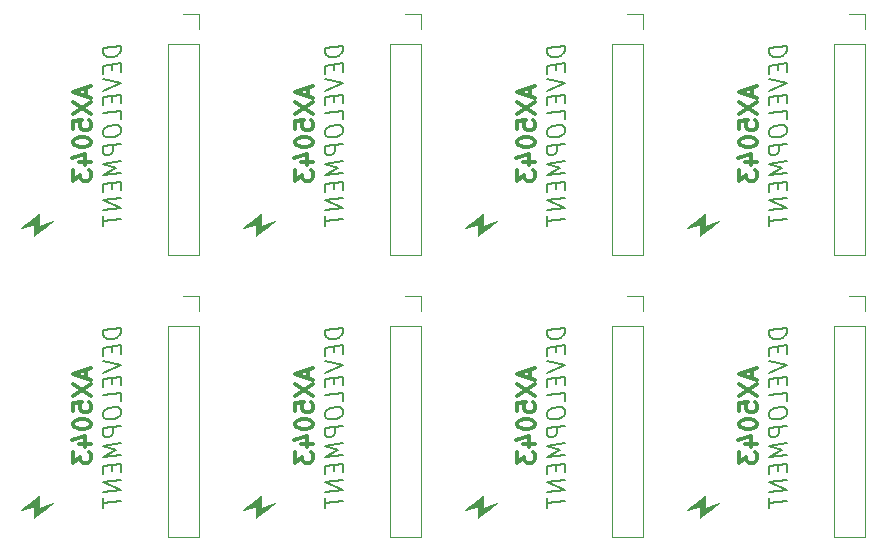
<source format=gbo>
G04 #@! TF.FileFunction,Legend,Bot*
%FSLAX46Y46*%
G04 Gerber Fmt 4.6, Leading zero omitted, Abs format (unit mm)*
G04 Created by KiCad (PCBNEW 4.0.5+dfsg1-4) date Fri Mar 30 22:23:14 2018*
%MOMM*%
%LPD*%
G01*
G04 APERTURE LIST*
%ADD10C,0.100000*%
%ADD11C,0.300000*%
%ADD12C,0.150000*%
%ADD13C,0.120000*%
%ADD14C,0.010000*%
G04 APERTURE END LIST*
D10*
D11*
X164207000Y-84463430D02*
X164207000Y-85177716D01*
X164635571Y-84320573D02*
X163135571Y-84820573D01*
X164635571Y-85320573D01*
X163135571Y-85677716D02*
X164635571Y-86677716D01*
X163135571Y-86677716D02*
X164635571Y-85677716D01*
X163135571Y-87963430D02*
X163135571Y-87249144D01*
X163849857Y-87177715D01*
X163778429Y-87249144D01*
X163707000Y-87392001D01*
X163707000Y-87749144D01*
X163778429Y-87892001D01*
X163849857Y-87963430D01*
X163992714Y-88034858D01*
X164349857Y-88034858D01*
X164492714Y-87963430D01*
X164564143Y-87892001D01*
X164635571Y-87749144D01*
X164635571Y-87392001D01*
X164564143Y-87249144D01*
X164492714Y-87177715D01*
X163135571Y-88963429D02*
X163135571Y-89106286D01*
X163207000Y-89249143D01*
X163278429Y-89320572D01*
X163421286Y-89392001D01*
X163707000Y-89463429D01*
X164064143Y-89463429D01*
X164349857Y-89392001D01*
X164492714Y-89320572D01*
X164564143Y-89249143D01*
X164635571Y-89106286D01*
X164635571Y-88963429D01*
X164564143Y-88820572D01*
X164492714Y-88749143D01*
X164349857Y-88677715D01*
X164064143Y-88606286D01*
X163707000Y-88606286D01*
X163421286Y-88677715D01*
X163278429Y-88749143D01*
X163207000Y-88820572D01*
X163135571Y-88963429D01*
X163635571Y-90749143D02*
X164635571Y-90749143D01*
X163064143Y-90392000D02*
X164135571Y-90034857D01*
X164135571Y-90963429D01*
X163135571Y-91392000D02*
X163135571Y-92320571D01*
X163707000Y-91820571D01*
X163707000Y-92034857D01*
X163778429Y-92177714D01*
X163849857Y-92249143D01*
X163992714Y-92320571D01*
X164349857Y-92320571D01*
X164492714Y-92249143D01*
X164564143Y-92177714D01*
X164635571Y-92034857D01*
X164635571Y-91606285D01*
X164564143Y-91463428D01*
X164492714Y-91392000D01*
X164207000Y-60587430D02*
X164207000Y-61301716D01*
X164635571Y-60444573D02*
X163135571Y-60944573D01*
X164635571Y-61444573D01*
X163135571Y-61801716D02*
X164635571Y-62801716D01*
X163135571Y-62801716D02*
X164635571Y-61801716D01*
X163135571Y-64087430D02*
X163135571Y-63373144D01*
X163849857Y-63301715D01*
X163778429Y-63373144D01*
X163707000Y-63516001D01*
X163707000Y-63873144D01*
X163778429Y-64016001D01*
X163849857Y-64087430D01*
X163992714Y-64158858D01*
X164349857Y-64158858D01*
X164492714Y-64087430D01*
X164564143Y-64016001D01*
X164635571Y-63873144D01*
X164635571Y-63516001D01*
X164564143Y-63373144D01*
X164492714Y-63301715D01*
X163135571Y-65087429D02*
X163135571Y-65230286D01*
X163207000Y-65373143D01*
X163278429Y-65444572D01*
X163421286Y-65516001D01*
X163707000Y-65587429D01*
X164064143Y-65587429D01*
X164349857Y-65516001D01*
X164492714Y-65444572D01*
X164564143Y-65373143D01*
X164635571Y-65230286D01*
X164635571Y-65087429D01*
X164564143Y-64944572D01*
X164492714Y-64873143D01*
X164349857Y-64801715D01*
X164064143Y-64730286D01*
X163707000Y-64730286D01*
X163421286Y-64801715D01*
X163278429Y-64873143D01*
X163207000Y-64944572D01*
X163135571Y-65087429D01*
X163635571Y-66873143D02*
X164635571Y-66873143D01*
X163064143Y-66516000D02*
X164135571Y-66158857D01*
X164135571Y-67087429D01*
X163135571Y-67516000D02*
X163135571Y-68444571D01*
X163707000Y-67944571D01*
X163707000Y-68158857D01*
X163778429Y-68301714D01*
X163849857Y-68373143D01*
X163992714Y-68444571D01*
X164349857Y-68444571D01*
X164492714Y-68373143D01*
X164564143Y-68301714D01*
X164635571Y-68158857D01*
X164635571Y-67730285D01*
X164564143Y-67587428D01*
X164492714Y-67516000D01*
D12*
X167175571Y-57002607D02*
X165675571Y-57190107D01*
X165675571Y-57547250D01*
X165747000Y-57752606D01*
X165889857Y-57877607D01*
X166032714Y-57931178D01*
X166318429Y-57966892D01*
X166532714Y-57940107D01*
X166818429Y-57832963D01*
X166961286Y-57743678D01*
X167104143Y-57582963D01*
X167175571Y-57359750D01*
X167175571Y-57002607D01*
X166389857Y-58600821D02*
X166389857Y-59100821D01*
X167175571Y-59216893D02*
X167175571Y-58502607D01*
X165675571Y-58690107D01*
X165675571Y-59404393D01*
X165675571Y-59832964D02*
X167175571Y-60145464D01*
X165675571Y-60832964D01*
X166389857Y-61243678D02*
X166389857Y-61743678D01*
X167175571Y-61859750D02*
X167175571Y-61145464D01*
X165675571Y-61332964D01*
X165675571Y-62047250D01*
X167175571Y-63216893D02*
X167175571Y-62502607D01*
X165675571Y-62690107D01*
X165675571Y-64190107D02*
X165675571Y-64475821D01*
X165747000Y-64609750D01*
X165889857Y-64734750D01*
X166175571Y-64770464D01*
X166675571Y-64707964D01*
X166961286Y-64600821D01*
X167104143Y-64440107D01*
X167175571Y-64288321D01*
X167175571Y-64002607D01*
X167104143Y-63868678D01*
X166961286Y-63743678D01*
X166675571Y-63707964D01*
X166175571Y-63770464D01*
X165889857Y-63877607D01*
X165747000Y-64038321D01*
X165675571Y-64190107D01*
X167175571Y-65288322D02*
X165675571Y-65475822D01*
X165675571Y-66047250D01*
X165747000Y-66181179D01*
X165818429Y-66243678D01*
X165961286Y-66297250D01*
X166175571Y-66270465D01*
X166318429Y-66181178D01*
X166389857Y-66100822D01*
X166461286Y-65949035D01*
X166461286Y-65377607D01*
X167175571Y-66788322D02*
X165675571Y-66975822D01*
X166747000Y-67341893D01*
X165675571Y-67975822D01*
X167175571Y-67788322D01*
X166389857Y-68600822D02*
X166389857Y-69100822D01*
X167175571Y-69216894D02*
X167175571Y-68502608D01*
X165675571Y-68690108D01*
X165675571Y-69404394D01*
X167175571Y-69859751D02*
X165675571Y-70047251D01*
X167175571Y-70716894D01*
X165675571Y-70904394D01*
X165675571Y-71404394D02*
X165675571Y-72261537D01*
X167175571Y-71645466D02*
X165675571Y-71832966D01*
X167175571Y-80878607D02*
X165675571Y-81066107D01*
X165675571Y-81423250D01*
X165747000Y-81628606D01*
X165889857Y-81753607D01*
X166032714Y-81807178D01*
X166318429Y-81842892D01*
X166532714Y-81816107D01*
X166818429Y-81708963D01*
X166961286Y-81619678D01*
X167104143Y-81458963D01*
X167175571Y-81235750D01*
X167175571Y-80878607D01*
X166389857Y-82476821D02*
X166389857Y-82976821D01*
X167175571Y-83092893D02*
X167175571Y-82378607D01*
X165675571Y-82566107D01*
X165675571Y-83280393D01*
X165675571Y-83708964D02*
X167175571Y-84021464D01*
X165675571Y-84708964D01*
X166389857Y-85119678D02*
X166389857Y-85619678D01*
X167175571Y-85735750D02*
X167175571Y-85021464D01*
X165675571Y-85208964D01*
X165675571Y-85923250D01*
X167175571Y-87092893D02*
X167175571Y-86378607D01*
X165675571Y-86566107D01*
X165675571Y-88066107D02*
X165675571Y-88351821D01*
X165747000Y-88485750D01*
X165889857Y-88610750D01*
X166175571Y-88646464D01*
X166675571Y-88583964D01*
X166961286Y-88476821D01*
X167104143Y-88316107D01*
X167175571Y-88164321D01*
X167175571Y-87878607D01*
X167104143Y-87744678D01*
X166961286Y-87619678D01*
X166675571Y-87583964D01*
X166175571Y-87646464D01*
X165889857Y-87753607D01*
X165747000Y-87914321D01*
X165675571Y-88066107D01*
X167175571Y-89164322D02*
X165675571Y-89351822D01*
X165675571Y-89923250D01*
X165747000Y-90057179D01*
X165818429Y-90119678D01*
X165961286Y-90173250D01*
X166175571Y-90146465D01*
X166318429Y-90057178D01*
X166389857Y-89976822D01*
X166461286Y-89825035D01*
X166461286Y-89253607D01*
X167175571Y-90664322D02*
X165675571Y-90851822D01*
X166747000Y-91217893D01*
X165675571Y-91851822D01*
X167175571Y-91664322D01*
X166389857Y-92476822D02*
X166389857Y-92976822D01*
X167175571Y-93092894D02*
X167175571Y-92378608D01*
X165675571Y-92566108D01*
X165675571Y-93280394D01*
X167175571Y-93735751D02*
X165675571Y-93923251D01*
X167175571Y-94592894D01*
X165675571Y-94780394D01*
X165675571Y-95280394D02*
X165675571Y-96137537D01*
X167175571Y-95521466D02*
X165675571Y-95708966D01*
X148379571Y-57002607D02*
X146879571Y-57190107D01*
X146879571Y-57547250D01*
X146951000Y-57752606D01*
X147093857Y-57877607D01*
X147236714Y-57931178D01*
X147522429Y-57966892D01*
X147736714Y-57940107D01*
X148022429Y-57832963D01*
X148165286Y-57743678D01*
X148308143Y-57582963D01*
X148379571Y-57359750D01*
X148379571Y-57002607D01*
X147593857Y-58600821D02*
X147593857Y-59100821D01*
X148379571Y-59216893D02*
X148379571Y-58502607D01*
X146879571Y-58690107D01*
X146879571Y-59404393D01*
X146879571Y-59832964D02*
X148379571Y-60145464D01*
X146879571Y-60832964D01*
X147593857Y-61243678D02*
X147593857Y-61743678D01*
X148379571Y-61859750D02*
X148379571Y-61145464D01*
X146879571Y-61332964D01*
X146879571Y-62047250D01*
X148379571Y-63216893D02*
X148379571Y-62502607D01*
X146879571Y-62690107D01*
X146879571Y-64190107D02*
X146879571Y-64475821D01*
X146951000Y-64609750D01*
X147093857Y-64734750D01*
X147379571Y-64770464D01*
X147879571Y-64707964D01*
X148165286Y-64600821D01*
X148308143Y-64440107D01*
X148379571Y-64288321D01*
X148379571Y-64002607D01*
X148308143Y-63868678D01*
X148165286Y-63743678D01*
X147879571Y-63707964D01*
X147379571Y-63770464D01*
X147093857Y-63877607D01*
X146951000Y-64038321D01*
X146879571Y-64190107D01*
X148379571Y-65288322D02*
X146879571Y-65475822D01*
X146879571Y-66047250D01*
X146951000Y-66181179D01*
X147022429Y-66243678D01*
X147165286Y-66297250D01*
X147379571Y-66270465D01*
X147522429Y-66181178D01*
X147593857Y-66100822D01*
X147665286Y-65949035D01*
X147665286Y-65377607D01*
X148379571Y-66788322D02*
X146879571Y-66975822D01*
X147951000Y-67341893D01*
X146879571Y-67975822D01*
X148379571Y-67788322D01*
X147593857Y-68600822D02*
X147593857Y-69100822D01*
X148379571Y-69216894D02*
X148379571Y-68502608D01*
X146879571Y-68690108D01*
X146879571Y-69404394D01*
X148379571Y-69859751D02*
X146879571Y-70047251D01*
X148379571Y-70716894D01*
X146879571Y-70904394D01*
X146879571Y-71404394D02*
X146879571Y-72261537D01*
X148379571Y-71645466D02*
X146879571Y-71832966D01*
X148379571Y-80878607D02*
X146879571Y-81066107D01*
X146879571Y-81423250D01*
X146951000Y-81628606D01*
X147093857Y-81753607D01*
X147236714Y-81807178D01*
X147522429Y-81842892D01*
X147736714Y-81816107D01*
X148022429Y-81708963D01*
X148165286Y-81619678D01*
X148308143Y-81458963D01*
X148379571Y-81235750D01*
X148379571Y-80878607D01*
X147593857Y-82476821D02*
X147593857Y-82976821D01*
X148379571Y-83092893D02*
X148379571Y-82378607D01*
X146879571Y-82566107D01*
X146879571Y-83280393D01*
X146879571Y-83708964D02*
X148379571Y-84021464D01*
X146879571Y-84708964D01*
X147593857Y-85119678D02*
X147593857Y-85619678D01*
X148379571Y-85735750D02*
X148379571Y-85021464D01*
X146879571Y-85208964D01*
X146879571Y-85923250D01*
X148379571Y-87092893D02*
X148379571Y-86378607D01*
X146879571Y-86566107D01*
X146879571Y-88066107D02*
X146879571Y-88351821D01*
X146951000Y-88485750D01*
X147093857Y-88610750D01*
X147379571Y-88646464D01*
X147879571Y-88583964D01*
X148165286Y-88476821D01*
X148308143Y-88316107D01*
X148379571Y-88164321D01*
X148379571Y-87878607D01*
X148308143Y-87744678D01*
X148165286Y-87619678D01*
X147879571Y-87583964D01*
X147379571Y-87646464D01*
X147093857Y-87753607D01*
X146951000Y-87914321D01*
X146879571Y-88066107D01*
X148379571Y-89164322D02*
X146879571Y-89351822D01*
X146879571Y-89923250D01*
X146951000Y-90057179D01*
X147022429Y-90119678D01*
X147165286Y-90173250D01*
X147379571Y-90146465D01*
X147522429Y-90057178D01*
X147593857Y-89976822D01*
X147665286Y-89825035D01*
X147665286Y-89253607D01*
X148379571Y-90664322D02*
X146879571Y-90851822D01*
X147951000Y-91217893D01*
X146879571Y-91851822D01*
X148379571Y-91664322D01*
X147593857Y-92476822D02*
X147593857Y-92976822D01*
X148379571Y-93092894D02*
X148379571Y-92378608D01*
X146879571Y-92566108D01*
X146879571Y-93280394D01*
X148379571Y-93735751D02*
X146879571Y-93923251D01*
X148379571Y-94592894D01*
X146879571Y-94780394D01*
X146879571Y-95280394D02*
X146879571Y-96137537D01*
X148379571Y-95521466D02*
X146879571Y-95708966D01*
D11*
X145411000Y-60587430D02*
X145411000Y-61301716D01*
X145839571Y-60444573D02*
X144339571Y-60944573D01*
X145839571Y-61444573D01*
X144339571Y-61801716D02*
X145839571Y-62801716D01*
X144339571Y-62801716D02*
X145839571Y-61801716D01*
X144339571Y-64087430D02*
X144339571Y-63373144D01*
X145053857Y-63301715D01*
X144982429Y-63373144D01*
X144911000Y-63516001D01*
X144911000Y-63873144D01*
X144982429Y-64016001D01*
X145053857Y-64087430D01*
X145196714Y-64158858D01*
X145553857Y-64158858D01*
X145696714Y-64087430D01*
X145768143Y-64016001D01*
X145839571Y-63873144D01*
X145839571Y-63516001D01*
X145768143Y-63373144D01*
X145696714Y-63301715D01*
X144339571Y-65087429D02*
X144339571Y-65230286D01*
X144411000Y-65373143D01*
X144482429Y-65444572D01*
X144625286Y-65516001D01*
X144911000Y-65587429D01*
X145268143Y-65587429D01*
X145553857Y-65516001D01*
X145696714Y-65444572D01*
X145768143Y-65373143D01*
X145839571Y-65230286D01*
X145839571Y-65087429D01*
X145768143Y-64944572D01*
X145696714Y-64873143D01*
X145553857Y-64801715D01*
X145268143Y-64730286D01*
X144911000Y-64730286D01*
X144625286Y-64801715D01*
X144482429Y-64873143D01*
X144411000Y-64944572D01*
X144339571Y-65087429D01*
X144839571Y-66873143D02*
X145839571Y-66873143D01*
X144268143Y-66516000D02*
X145339571Y-66158857D01*
X145339571Y-67087429D01*
X144339571Y-67516000D02*
X144339571Y-68444571D01*
X144911000Y-67944571D01*
X144911000Y-68158857D01*
X144982429Y-68301714D01*
X145053857Y-68373143D01*
X145196714Y-68444571D01*
X145553857Y-68444571D01*
X145696714Y-68373143D01*
X145768143Y-68301714D01*
X145839571Y-68158857D01*
X145839571Y-67730285D01*
X145768143Y-67587428D01*
X145696714Y-67516000D01*
X145411000Y-84463430D02*
X145411000Y-85177716D01*
X145839571Y-84320573D02*
X144339571Y-84820573D01*
X145839571Y-85320573D01*
X144339571Y-85677716D02*
X145839571Y-86677716D01*
X144339571Y-86677716D02*
X145839571Y-85677716D01*
X144339571Y-87963430D02*
X144339571Y-87249144D01*
X145053857Y-87177715D01*
X144982429Y-87249144D01*
X144911000Y-87392001D01*
X144911000Y-87749144D01*
X144982429Y-87892001D01*
X145053857Y-87963430D01*
X145196714Y-88034858D01*
X145553857Y-88034858D01*
X145696714Y-87963430D01*
X145768143Y-87892001D01*
X145839571Y-87749144D01*
X145839571Y-87392001D01*
X145768143Y-87249144D01*
X145696714Y-87177715D01*
X144339571Y-88963429D02*
X144339571Y-89106286D01*
X144411000Y-89249143D01*
X144482429Y-89320572D01*
X144625286Y-89392001D01*
X144911000Y-89463429D01*
X145268143Y-89463429D01*
X145553857Y-89392001D01*
X145696714Y-89320572D01*
X145768143Y-89249143D01*
X145839571Y-89106286D01*
X145839571Y-88963429D01*
X145768143Y-88820572D01*
X145696714Y-88749143D01*
X145553857Y-88677715D01*
X145268143Y-88606286D01*
X144911000Y-88606286D01*
X144625286Y-88677715D01*
X144482429Y-88749143D01*
X144411000Y-88820572D01*
X144339571Y-88963429D01*
X144839571Y-90749143D02*
X145839571Y-90749143D01*
X144268143Y-90392000D02*
X145339571Y-90034857D01*
X145339571Y-90963429D01*
X144339571Y-91392000D02*
X144339571Y-92320571D01*
X144911000Y-91820571D01*
X144911000Y-92034857D01*
X144982429Y-92177714D01*
X145053857Y-92249143D01*
X145196714Y-92320571D01*
X145553857Y-92320571D01*
X145696714Y-92249143D01*
X145768143Y-92177714D01*
X145839571Y-92034857D01*
X145839571Y-91606285D01*
X145768143Y-91463428D01*
X145696714Y-91392000D01*
D12*
X129583571Y-80878607D02*
X128083571Y-81066107D01*
X128083571Y-81423250D01*
X128155000Y-81628606D01*
X128297857Y-81753607D01*
X128440714Y-81807178D01*
X128726429Y-81842892D01*
X128940714Y-81816107D01*
X129226429Y-81708963D01*
X129369286Y-81619678D01*
X129512143Y-81458963D01*
X129583571Y-81235750D01*
X129583571Y-80878607D01*
X128797857Y-82476821D02*
X128797857Y-82976821D01*
X129583571Y-83092893D02*
X129583571Y-82378607D01*
X128083571Y-82566107D01*
X128083571Y-83280393D01*
X128083571Y-83708964D02*
X129583571Y-84021464D01*
X128083571Y-84708964D01*
X128797857Y-85119678D02*
X128797857Y-85619678D01*
X129583571Y-85735750D02*
X129583571Y-85021464D01*
X128083571Y-85208964D01*
X128083571Y-85923250D01*
X129583571Y-87092893D02*
X129583571Y-86378607D01*
X128083571Y-86566107D01*
X128083571Y-88066107D02*
X128083571Y-88351821D01*
X128155000Y-88485750D01*
X128297857Y-88610750D01*
X128583571Y-88646464D01*
X129083571Y-88583964D01*
X129369286Y-88476821D01*
X129512143Y-88316107D01*
X129583571Y-88164321D01*
X129583571Y-87878607D01*
X129512143Y-87744678D01*
X129369286Y-87619678D01*
X129083571Y-87583964D01*
X128583571Y-87646464D01*
X128297857Y-87753607D01*
X128155000Y-87914321D01*
X128083571Y-88066107D01*
X129583571Y-89164322D02*
X128083571Y-89351822D01*
X128083571Y-89923250D01*
X128155000Y-90057179D01*
X128226429Y-90119678D01*
X128369286Y-90173250D01*
X128583571Y-90146465D01*
X128726429Y-90057178D01*
X128797857Y-89976822D01*
X128869286Y-89825035D01*
X128869286Y-89253607D01*
X129583571Y-90664322D02*
X128083571Y-90851822D01*
X129155000Y-91217893D01*
X128083571Y-91851822D01*
X129583571Y-91664322D01*
X128797857Y-92476822D02*
X128797857Y-92976822D01*
X129583571Y-93092894D02*
X129583571Y-92378608D01*
X128083571Y-92566108D01*
X128083571Y-93280394D01*
X129583571Y-93735751D02*
X128083571Y-93923251D01*
X129583571Y-94592894D01*
X128083571Y-94780394D01*
X128083571Y-95280394D02*
X128083571Y-96137537D01*
X129583571Y-95521466D02*
X128083571Y-95708966D01*
D11*
X126615000Y-60587430D02*
X126615000Y-61301716D01*
X127043571Y-60444573D02*
X125543571Y-60944573D01*
X127043571Y-61444573D01*
X125543571Y-61801716D02*
X127043571Y-62801716D01*
X125543571Y-62801716D02*
X127043571Y-61801716D01*
X125543571Y-64087430D02*
X125543571Y-63373144D01*
X126257857Y-63301715D01*
X126186429Y-63373144D01*
X126115000Y-63516001D01*
X126115000Y-63873144D01*
X126186429Y-64016001D01*
X126257857Y-64087430D01*
X126400714Y-64158858D01*
X126757857Y-64158858D01*
X126900714Y-64087430D01*
X126972143Y-64016001D01*
X127043571Y-63873144D01*
X127043571Y-63516001D01*
X126972143Y-63373144D01*
X126900714Y-63301715D01*
X125543571Y-65087429D02*
X125543571Y-65230286D01*
X125615000Y-65373143D01*
X125686429Y-65444572D01*
X125829286Y-65516001D01*
X126115000Y-65587429D01*
X126472143Y-65587429D01*
X126757857Y-65516001D01*
X126900714Y-65444572D01*
X126972143Y-65373143D01*
X127043571Y-65230286D01*
X127043571Y-65087429D01*
X126972143Y-64944572D01*
X126900714Y-64873143D01*
X126757857Y-64801715D01*
X126472143Y-64730286D01*
X126115000Y-64730286D01*
X125829286Y-64801715D01*
X125686429Y-64873143D01*
X125615000Y-64944572D01*
X125543571Y-65087429D01*
X126043571Y-66873143D02*
X127043571Y-66873143D01*
X125472143Y-66516000D02*
X126543571Y-66158857D01*
X126543571Y-67087429D01*
X125543571Y-67516000D02*
X125543571Y-68444571D01*
X126115000Y-67944571D01*
X126115000Y-68158857D01*
X126186429Y-68301714D01*
X126257857Y-68373143D01*
X126400714Y-68444571D01*
X126757857Y-68444571D01*
X126900714Y-68373143D01*
X126972143Y-68301714D01*
X127043571Y-68158857D01*
X127043571Y-67730285D01*
X126972143Y-67587428D01*
X126900714Y-67516000D01*
D12*
X129583571Y-57002607D02*
X128083571Y-57190107D01*
X128083571Y-57547250D01*
X128155000Y-57752606D01*
X128297857Y-57877607D01*
X128440714Y-57931178D01*
X128726429Y-57966892D01*
X128940714Y-57940107D01*
X129226429Y-57832963D01*
X129369286Y-57743678D01*
X129512143Y-57582963D01*
X129583571Y-57359750D01*
X129583571Y-57002607D01*
X128797857Y-58600821D02*
X128797857Y-59100821D01*
X129583571Y-59216893D02*
X129583571Y-58502607D01*
X128083571Y-58690107D01*
X128083571Y-59404393D01*
X128083571Y-59832964D02*
X129583571Y-60145464D01*
X128083571Y-60832964D01*
X128797857Y-61243678D02*
X128797857Y-61743678D01*
X129583571Y-61859750D02*
X129583571Y-61145464D01*
X128083571Y-61332964D01*
X128083571Y-62047250D01*
X129583571Y-63216893D02*
X129583571Y-62502607D01*
X128083571Y-62690107D01*
X128083571Y-64190107D02*
X128083571Y-64475821D01*
X128155000Y-64609750D01*
X128297857Y-64734750D01*
X128583571Y-64770464D01*
X129083571Y-64707964D01*
X129369286Y-64600821D01*
X129512143Y-64440107D01*
X129583571Y-64288321D01*
X129583571Y-64002607D01*
X129512143Y-63868678D01*
X129369286Y-63743678D01*
X129083571Y-63707964D01*
X128583571Y-63770464D01*
X128297857Y-63877607D01*
X128155000Y-64038321D01*
X128083571Y-64190107D01*
X129583571Y-65288322D02*
X128083571Y-65475822D01*
X128083571Y-66047250D01*
X128155000Y-66181179D01*
X128226429Y-66243678D01*
X128369286Y-66297250D01*
X128583571Y-66270465D01*
X128726429Y-66181178D01*
X128797857Y-66100822D01*
X128869286Y-65949035D01*
X128869286Y-65377607D01*
X129583571Y-66788322D02*
X128083571Y-66975822D01*
X129155000Y-67341893D01*
X128083571Y-67975822D01*
X129583571Y-67788322D01*
X128797857Y-68600822D02*
X128797857Y-69100822D01*
X129583571Y-69216894D02*
X129583571Y-68502608D01*
X128083571Y-68690108D01*
X128083571Y-69404394D01*
X129583571Y-69859751D02*
X128083571Y-70047251D01*
X129583571Y-70716894D01*
X128083571Y-70904394D01*
X128083571Y-71404394D02*
X128083571Y-72261537D01*
X129583571Y-71645466D02*
X128083571Y-71832966D01*
D11*
X126615000Y-84463430D02*
X126615000Y-85177716D01*
X127043571Y-84320573D02*
X125543571Y-84820573D01*
X127043571Y-85320573D01*
X125543571Y-85677716D02*
X127043571Y-86677716D01*
X125543571Y-86677716D02*
X127043571Y-85677716D01*
X125543571Y-87963430D02*
X125543571Y-87249144D01*
X126257857Y-87177715D01*
X126186429Y-87249144D01*
X126115000Y-87392001D01*
X126115000Y-87749144D01*
X126186429Y-87892001D01*
X126257857Y-87963430D01*
X126400714Y-88034858D01*
X126757857Y-88034858D01*
X126900714Y-87963430D01*
X126972143Y-87892001D01*
X127043571Y-87749144D01*
X127043571Y-87392001D01*
X126972143Y-87249144D01*
X126900714Y-87177715D01*
X125543571Y-88963429D02*
X125543571Y-89106286D01*
X125615000Y-89249143D01*
X125686429Y-89320572D01*
X125829286Y-89392001D01*
X126115000Y-89463429D01*
X126472143Y-89463429D01*
X126757857Y-89392001D01*
X126900714Y-89320572D01*
X126972143Y-89249143D01*
X127043571Y-89106286D01*
X127043571Y-88963429D01*
X126972143Y-88820572D01*
X126900714Y-88749143D01*
X126757857Y-88677715D01*
X126472143Y-88606286D01*
X126115000Y-88606286D01*
X125829286Y-88677715D01*
X125686429Y-88749143D01*
X125615000Y-88820572D01*
X125543571Y-88963429D01*
X126043571Y-90749143D02*
X127043571Y-90749143D01*
X125472143Y-90392000D02*
X126543571Y-90034857D01*
X126543571Y-90963429D01*
X125543571Y-91392000D02*
X125543571Y-92320571D01*
X126115000Y-91820571D01*
X126115000Y-92034857D01*
X126186429Y-92177714D01*
X126257857Y-92249143D01*
X126400714Y-92320571D01*
X126757857Y-92320571D01*
X126900714Y-92249143D01*
X126972143Y-92177714D01*
X127043571Y-92034857D01*
X127043571Y-91606285D01*
X126972143Y-91463428D01*
X126900714Y-91392000D01*
D12*
X110787571Y-80878607D02*
X109287571Y-81066107D01*
X109287571Y-81423250D01*
X109359000Y-81628606D01*
X109501857Y-81753607D01*
X109644714Y-81807178D01*
X109930429Y-81842892D01*
X110144714Y-81816107D01*
X110430429Y-81708963D01*
X110573286Y-81619678D01*
X110716143Y-81458963D01*
X110787571Y-81235750D01*
X110787571Y-80878607D01*
X110001857Y-82476821D02*
X110001857Y-82976821D01*
X110787571Y-83092893D02*
X110787571Y-82378607D01*
X109287571Y-82566107D01*
X109287571Y-83280393D01*
X109287571Y-83708964D02*
X110787571Y-84021464D01*
X109287571Y-84708964D01*
X110001857Y-85119678D02*
X110001857Y-85619678D01*
X110787571Y-85735750D02*
X110787571Y-85021464D01*
X109287571Y-85208964D01*
X109287571Y-85923250D01*
X110787571Y-87092893D02*
X110787571Y-86378607D01*
X109287571Y-86566107D01*
X109287571Y-88066107D02*
X109287571Y-88351821D01*
X109359000Y-88485750D01*
X109501857Y-88610750D01*
X109787571Y-88646464D01*
X110287571Y-88583964D01*
X110573286Y-88476821D01*
X110716143Y-88316107D01*
X110787571Y-88164321D01*
X110787571Y-87878607D01*
X110716143Y-87744678D01*
X110573286Y-87619678D01*
X110287571Y-87583964D01*
X109787571Y-87646464D01*
X109501857Y-87753607D01*
X109359000Y-87914321D01*
X109287571Y-88066107D01*
X110787571Y-89164322D02*
X109287571Y-89351822D01*
X109287571Y-89923250D01*
X109359000Y-90057179D01*
X109430429Y-90119678D01*
X109573286Y-90173250D01*
X109787571Y-90146465D01*
X109930429Y-90057178D01*
X110001857Y-89976822D01*
X110073286Y-89825035D01*
X110073286Y-89253607D01*
X110787571Y-90664322D02*
X109287571Y-90851822D01*
X110359000Y-91217893D01*
X109287571Y-91851822D01*
X110787571Y-91664322D01*
X110001857Y-92476822D02*
X110001857Y-92976822D01*
X110787571Y-93092894D02*
X110787571Y-92378608D01*
X109287571Y-92566108D01*
X109287571Y-93280394D01*
X110787571Y-93735751D02*
X109287571Y-93923251D01*
X110787571Y-94592894D01*
X109287571Y-94780394D01*
X109287571Y-95280394D02*
X109287571Y-96137537D01*
X110787571Y-95521466D02*
X109287571Y-95708966D01*
D11*
X107819000Y-84463430D02*
X107819000Y-85177716D01*
X108247571Y-84320573D02*
X106747571Y-84820573D01*
X108247571Y-85320573D01*
X106747571Y-85677716D02*
X108247571Y-86677716D01*
X106747571Y-86677716D02*
X108247571Y-85677716D01*
X106747571Y-87963430D02*
X106747571Y-87249144D01*
X107461857Y-87177715D01*
X107390429Y-87249144D01*
X107319000Y-87392001D01*
X107319000Y-87749144D01*
X107390429Y-87892001D01*
X107461857Y-87963430D01*
X107604714Y-88034858D01*
X107961857Y-88034858D01*
X108104714Y-87963430D01*
X108176143Y-87892001D01*
X108247571Y-87749144D01*
X108247571Y-87392001D01*
X108176143Y-87249144D01*
X108104714Y-87177715D01*
X106747571Y-88963429D02*
X106747571Y-89106286D01*
X106819000Y-89249143D01*
X106890429Y-89320572D01*
X107033286Y-89392001D01*
X107319000Y-89463429D01*
X107676143Y-89463429D01*
X107961857Y-89392001D01*
X108104714Y-89320572D01*
X108176143Y-89249143D01*
X108247571Y-89106286D01*
X108247571Y-88963429D01*
X108176143Y-88820572D01*
X108104714Y-88749143D01*
X107961857Y-88677715D01*
X107676143Y-88606286D01*
X107319000Y-88606286D01*
X107033286Y-88677715D01*
X106890429Y-88749143D01*
X106819000Y-88820572D01*
X106747571Y-88963429D01*
X107247571Y-90749143D02*
X108247571Y-90749143D01*
X106676143Y-90392000D02*
X107747571Y-90034857D01*
X107747571Y-90963429D01*
X106747571Y-91392000D02*
X106747571Y-92320571D01*
X107319000Y-91820571D01*
X107319000Y-92034857D01*
X107390429Y-92177714D01*
X107461857Y-92249143D01*
X107604714Y-92320571D01*
X107961857Y-92320571D01*
X108104714Y-92249143D01*
X108176143Y-92177714D01*
X108247571Y-92034857D01*
X108247571Y-91606285D01*
X108176143Y-91463428D01*
X108104714Y-91392000D01*
D12*
X110787571Y-57002607D02*
X109287571Y-57190107D01*
X109287571Y-57547250D01*
X109359000Y-57752606D01*
X109501857Y-57877607D01*
X109644714Y-57931178D01*
X109930429Y-57966892D01*
X110144714Y-57940107D01*
X110430429Y-57832963D01*
X110573286Y-57743678D01*
X110716143Y-57582963D01*
X110787571Y-57359750D01*
X110787571Y-57002607D01*
X110001857Y-58600821D02*
X110001857Y-59100821D01*
X110787571Y-59216893D02*
X110787571Y-58502607D01*
X109287571Y-58690107D01*
X109287571Y-59404393D01*
X109287571Y-59832964D02*
X110787571Y-60145464D01*
X109287571Y-60832964D01*
X110001857Y-61243678D02*
X110001857Y-61743678D01*
X110787571Y-61859750D02*
X110787571Y-61145464D01*
X109287571Y-61332964D01*
X109287571Y-62047250D01*
X110787571Y-63216893D02*
X110787571Y-62502607D01*
X109287571Y-62690107D01*
X109287571Y-64190107D02*
X109287571Y-64475821D01*
X109359000Y-64609750D01*
X109501857Y-64734750D01*
X109787571Y-64770464D01*
X110287571Y-64707964D01*
X110573286Y-64600821D01*
X110716143Y-64440107D01*
X110787571Y-64288321D01*
X110787571Y-64002607D01*
X110716143Y-63868678D01*
X110573286Y-63743678D01*
X110287571Y-63707964D01*
X109787571Y-63770464D01*
X109501857Y-63877607D01*
X109359000Y-64038321D01*
X109287571Y-64190107D01*
X110787571Y-65288322D02*
X109287571Y-65475822D01*
X109287571Y-66047250D01*
X109359000Y-66181179D01*
X109430429Y-66243678D01*
X109573286Y-66297250D01*
X109787571Y-66270465D01*
X109930429Y-66181178D01*
X110001857Y-66100822D01*
X110073286Y-65949035D01*
X110073286Y-65377607D01*
X110787571Y-66788322D02*
X109287571Y-66975822D01*
X110359000Y-67341893D01*
X109287571Y-67975822D01*
X110787571Y-67788322D01*
X110001857Y-68600822D02*
X110001857Y-69100822D01*
X110787571Y-69216894D02*
X110787571Y-68502608D01*
X109287571Y-68690108D01*
X109287571Y-69404394D01*
X110787571Y-69859751D02*
X109287571Y-70047251D01*
X110787571Y-70716894D01*
X109287571Y-70904394D01*
X109287571Y-71404394D02*
X109287571Y-72261537D01*
X110787571Y-71645466D02*
X109287571Y-71832966D01*
D11*
X107819000Y-60587430D02*
X107819000Y-61301716D01*
X108247571Y-60444573D02*
X106747571Y-60944573D01*
X108247571Y-61444573D01*
X106747571Y-61801716D02*
X108247571Y-62801716D01*
X106747571Y-62801716D02*
X108247571Y-61801716D01*
X106747571Y-64087430D02*
X106747571Y-63373144D01*
X107461857Y-63301715D01*
X107390429Y-63373144D01*
X107319000Y-63516001D01*
X107319000Y-63873144D01*
X107390429Y-64016001D01*
X107461857Y-64087430D01*
X107604714Y-64158858D01*
X107961857Y-64158858D01*
X108104714Y-64087430D01*
X108176143Y-64016001D01*
X108247571Y-63873144D01*
X108247571Y-63516001D01*
X108176143Y-63373144D01*
X108104714Y-63301715D01*
X106747571Y-65087429D02*
X106747571Y-65230286D01*
X106819000Y-65373143D01*
X106890429Y-65444572D01*
X107033286Y-65516001D01*
X107319000Y-65587429D01*
X107676143Y-65587429D01*
X107961857Y-65516001D01*
X108104714Y-65444572D01*
X108176143Y-65373143D01*
X108247571Y-65230286D01*
X108247571Y-65087429D01*
X108176143Y-64944572D01*
X108104714Y-64873143D01*
X107961857Y-64801715D01*
X107676143Y-64730286D01*
X107319000Y-64730286D01*
X107033286Y-64801715D01*
X106890429Y-64873143D01*
X106819000Y-64944572D01*
X106747571Y-65087429D01*
X107247571Y-66873143D02*
X108247571Y-66873143D01*
X106676143Y-66516000D02*
X107747571Y-66158857D01*
X107747571Y-67087429D01*
X106747571Y-67516000D02*
X106747571Y-68444571D01*
X107319000Y-67944571D01*
X107319000Y-68158857D01*
X107390429Y-68301714D01*
X107461857Y-68373143D01*
X107604714Y-68444571D01*
X107961857Y-68444571D01*
X108104714Y-68373143D01*
X108176143Y-68301714D01*
X108247571Y-68158857D01*
X108247571Y-67730285D01*
X108176143Y-67587428D01*
X108104714Y-67516000D01*
D13*
X173796000Y-98612000D02*
X171136000Y-98612000D01*
X173796000Y-80772000D02*
X173796000Y-98612000D01*
X171136000Y-80772000D02*
X171136000Y-98612000D01*
X173796000Y-80772000D02*
X171136000Y-80772000D01*
X173796000Y-79502000D02*
X173796000Y-78172000D01*
X173796000Y-78172000D02*
X172466000Y-78172000D01*
D14*
G36*
X161436720Y-95697646D02*
X161408534Y-95707783D01*
X161365017Y-95724213D01*
X161298280Y-95749089D01*
X161212639Y-95780828D01*
X161112409Y-95817848D01*
X161001904Y-95858564D01*
X160885441Y-95901395D01*
X160767333Y-95944756D01*
X160651897Y-95987064D01*
X160543447Y-96026736D01*
X160446299Y-96062189D01*
X160364767Y-96091839D01*
X160303168Y-96114104D01*
X160265815Y-96127400D01*
X160256316Y-96130533D01*
X160254325Y-96114305D01*
X160252235Y-96068437D01*
X160250147Y-95997156D01*
X160248162Y-95904690D01*
X160246383Y-95795264D01*
X160244910Y-95673105D01*
X160244623Y-95643409D01*
X160240133Y-95156284D01*
X159497827Y-95717695D01*
X159358239Y-95823371D01*
X159226501Y-95923304D01*
X159105144Y-96015562D01*
X158996696Y-96098213D01*
X158903686Y-96169324D01*
X158828644Y-96226964D01*
X158774099Y-96269200D01*
X158742580Y-96294100D01*
X158735827Y-96299856D01*
X158727001Y-96313930D01*
X158745916Y-96311939D01*
X158750000Y-96310786D01*
X158787351Y-96300287D01*
X158849334Y-96283246D01*
X158931200Y-96260936D01*
X159028199Y-96234636D01*
X159135582Y-96205622D01*
X159248600Y-96175169D01*
X159362502Y-96144555D01*
X159472541Y-96115056D01*
X159573966Y-96087947D01*
X159662027Y-96064507D01*
X159731977Y-96046010D01*
X159779064Y-96033734D01*
X159798540Y-96028954D01*
X159798744Y-96028934D01*
X159801227Y-96045153D01*
X159803471Y-96090954D01*
X159805390Y-96162053D01*
X159806896Y-96254165D01*
X159807904Y-96363007D01*
X159808326Y-96484294D01*
X159808334Y-96503067D01*
X159808623Y-96625834D01*
X159809440Y-96736790D01*
X159810708Y-96831653D01*
X159812351Y-96906136D01*
X159814293Y-96955957D01*
X159816456Y-96976831D01*
X159816791Y-96977200D01*
X159831073Y-96967097D01*
X159869160Y-96938253D01*
X159928243Y-96892867D01*
X160005509Y-96833139D01*
X160098148Y-96761266D01*
X160203347Y-96679449D01*
X160318296Y-96589885D01*
X160440183Y-96494774D01*
X160566197Y-96396315D01*
X160693527Y-96296706D01*
X160819361Y-96198147D01*
X160940888Y-96102836D01*
X161055298Y-96012972D01*
X161159777Y-95930754D01*
X161251516Y-95858382D01*
X161327702Y-95798053D01*
X161385525Y-95751967D01*
X161422174Y-95722322D01*
X161433933Y-95712334D01*
X161447123Y-95697630D01*
X161436720Y-95697646D01*
X161436720Y-95697646D01*
G37*
X161436720Y-95697646D02*
X161408534Y-95707783D01*
X161365017Y-95724213D01*
X161298280Y-95749089D01*
X161212639Y-95780828D01*
X161112409Y-95817848D01*
X161001904Y-95858564D01*
X160885441Y-95901395D01*
X160767333Y-95944756D01*
X160651897Y-95987064D01*
X160543447Y-96026736D01*
X160446299Y-96062189D01*
X160364767Y-96091839D01*
X160303168Y-96114104D01*
X160265815Y-96127400D01*
X160256316Y-96130533D01*
X160254325Y-96114305D01*
X160252235Y-96068437D01*
X160250147Y-95997156D01*
X160248162Y-95904690D01*
X160246383Y-95795264D01*
X160244910Y-95673105D01*
X160244623Y-95643409D01*
X160240133Y-95156284D01*
X159497827Y-95717695D01*
X159358239Y-95823371D01*
X159226501Y-95923304D01*
X159105144Y-96015562D01*
X158996696Y-96098213D01*
X158903686Y-96169324D01*
X158828644Y-96226964D01*
X158774099Y-96269200D01*
X158742580Y-96294100D01*
X158735827Y-96299856D01*
X158727001Y-96313930D01*
X158745916Y-96311939D01*
X158750000Y-96310786D01*
X158787351Y-96300287D01*
X158849334Y-96283246D01*
X158931200Y-96260936D01*
X159028199Y-96234636D01*
X159135582Y-96205622D01*
X159248600Y-96175169D01*
X159362502Y-96144555D01*
X159472541Y-96115056D01*
X159573966Y-96087947D01*
X159662027Y-96064507D01*
X159731977Y-96046010D01*
X159779064Y-96033734D01*
X159798540Y-96028954D01*
X159798744Y-96028934D01*
X159801227Y-96045153D01*
X159803471Y-96090954D01*
X159805390Y-96162053D01*
X159806896Y-96254165D01*
X159807904Y-96363007D01*
X159808326Y-96484294D01*
X159808334Y-96503067D01*
X159808623Y-96625834D01*
X159809440Y-96736790D01*
X159810708Y-96831653D01*
X159812351Y-96906136D01*
X159814293Y-96955957D01*
X159816456Y-96976831D01*
X159816791Y-96977200D01*
X159831073Y-96967097D01*
X159869160Y-96938253D01*
X159928243Y-96892867D01*
X160005509Y-96833139D01*
X160098148Y-96761266D01*
X160203347Y-96679449D01*
X160318296Y-96589885D01*
X160440183Y-96494774D01*
X160566197Y-96396315D01*
X160693527Y-96296706D01*
X160819361Y-96198147D01*
X160940888Y-96102836D01*
X161055298Y-96012972D01*
X161159777Y-95930754D01*
X161251516Y-95858382D01*
X161327702Y-95798053D01*
X161385525Y-95751967D01*
X161422174Y-95722322D01*
X161433933Y-95712334D01*
X161447123Y-95697630D01*
X161436720Y-95697646D01*
D13*
X173796000Y-74736000D02*
X171136000Y-74736000D01*
X173796000Y-56896000D02*
X173796000Y-74736000D01*
X171136000Y-56896000D02*
X171136000Y-74736000D01*
X173796000Y-56896000D02*
X171136000Y-56896000D01*
X173796000Y-55626000D02*
X173796000Y-54296000D01*
X173796000Y-54296000D02*
X172466000Y-54296000D01*
D14*
G36*
X161436720Y-71821646D02*
X161408534Y-71831783D01*
X161365017Y-71848213D01*
X161298280Y-71873089D01*
X161212639Y-71904828D01*
X161112409Y-71941848D01*
X161001904Y-71982564D01*
X160885441Y-72025395D01*
X160767333Y-72068756D01*
X160651897Y-72111064D01*
X160543447Y-72150736D01*
X160446299Y-72186189D01*
X160364767Y-72215839D01*
X160303168Y-72238104D01*
X160265815Y-72251400D01*
X160256316Y-72254533D01*
X160254325Y-72238305D01*
X160252235Y-72192437D01*
X160250147Y-72121156D01*
X160248162Y-72028690D01*
X160246383Y-71919264D01*
X160244910Y-71797105D01*
X160244623Y-71767409D01*
X160240133Y-71280284D01*
X159497827Y-71841695D01*
X159358239Y-71947371D01*
X159226501Y-72047304D01*
X159105144Y-72139562D01*
X158996696Y-72222213D01*
X158903686Y-72293324D01*
X158828644Y-72350964D01*
X158774099Y-72393200D01*
X158742580Y-72418100D01*
X158735827Y-72423856D01*
X158727001Y-72437930D01*
X158745916Y-72435939D01*
X158750000Y-72434786D01*
X158787351Y-72424287D01*
X158849334Y-72407246D01*
X158931200Y-72384936D01*
X159028199Y-72358636D01*
X159135582Y-72329622D01*
X159248600Y-72299169D01*
X159362502Y-72268555D01*
X159472541Y-72239056D01*
X159573966Y-72211947D01*
X159662027Y-72188507D01*
X159731977Y-72170010D01*
X159779064Y-72157734D01*
X159798540Y-72152954D01*
X159798744Y-72152934D01*
X159801227Y-72169153D01*
X159803471Y-72214954D01*
X159805390Y-72286053D01*
X159806896Y-72378165D01*
X159807904Y-72487007D01*
X159808326Y-72608294D01*
X159808334Y-72627067D01*
X159808623Y-72749834D01*
X159809440Y-72860790D01*
X159810708Y-72955653D01*
X159812351Y-73030136D01*
X159814293Y-73079957D01*
X159816456Y-73100831D01*
X159816791Y-73101200D01*
X159831073Y-73091097D01*
X159869160Y-73062253D01*
X159928243Y-73016867D01*
X160005509Y-72957139D01*
X160098148Y-72885266D01*
X160203347Y-72803449D01*
X160318296Y-72713885D01*
X160440183Y-72618774D01*
X160566197Y-72520315D01*
X160693527Y-72420706D01*
X160819361Y-72322147D01*
X160940888Y-72226836D01*
X161055298Y-72136972D01*
X161159777Y-72054754D01*
X161251516Y-71982382D01*
X161327702Y-71922053D01*
X161385525Y-71875967D01*
X161422174Y-71846322D01*
X161433933Y-71836334D01*
X161447123Y-71821630D01*
X161436720Y-71821646D01*
X161436720Y-71821646D01*
G37*
X161436720Y-71821646D02*
X161408534Y-71831783D01*
X161365017Y-71848213D01*
X161298280Y-71873089D01*
X161212639Y-71904828D01*
X161112409Y-71941848D01*
X161001904Y-71982564D01*
X160885441Y-72025395D01*
X160767333Y-72068756D01*
X160651897Y-72111064D01*
X160543447Y-72150736D01*
X160446299Y-72186189D01*
X160364767Y-72215839D01*
X160303168Y-72238104D01*
X160265815Y-72251400D01*
X160256316Y-72254533D01*
X160254325Y-72238305D01*
X160252235Y-72192437D01*
X160250147Y-72121156D01*
X160248162Y-72028690D01*
X160246383Y-71919264D01*
X160244910Y-71797105D01*
X160244623Y-71767409D01*
X160240133Y-71280284D01*
X159497827Y-71841695D01*
X159358239Y-71947371D01*
X159226501Y-72047304D01*
X159105144Y-72139562D01*
X158996696Y-72222213D01*
X158903686Y-72293324D01*
X158828644Y-72350964D01*
X158774099Y-72393200D01*
X158742580Y-72418100D01*
X158735827Y-72423856D01*
X158727001Y-72437930D01*
X158745916Y-72435939D01*
X158750000Y-72434786D01*
X158787351Y-72424287D01*
X158849334Y-72407246D01*
X158931200Y-72384936D01*
X159028199Y-72358636D01*
X159135582Y-72329622D01*
X159248600Y-72299169D01*
X159362502Y-72268555D01*
X159472541Y-72239056D01*
X159573966Y-72211947D01*
X159662027Y-72188507D01*
X159731977Y-72170010D01*
X159779064Y-72157734D01*
X159798540Y-72152954D01*
X159798744Y-72152934D01*
X159801227Y-72169153D01*
X159803471Y-72214954D01*
X159805390Y-72286053D01*
X159806896Y-72378165D01*
X159807904Y-72487007D01*
X159808326Y-72608294D01*
X159808334Y-72627067D01*
X159808623Y-72749834D01*
X159809440Y-72860790D01*
X159810708Y-72955653D01*
X159812351Y-73030136D01*
X159814293Y-73079957D01*
X159816456Y-73100831D01*
X159816791Y-73101200D01*
X159831073Y-73091097D01*
X159869160Y-73062253D01*
X159928243Y-73016867D01*
X160005509Y-72957139D01*
X160098148Y-72885266D01*
X160203347Y-72803449D01*
X160318296Y-72713885D01*
X160440183Y-72618774D01*
X160566197Y-72520315D01*
X160693527Y-72420706D01*
X160819361Y-72322147D01*
X160940888Y-72226836D01*
X161055298Y-72136972D01*
X161159777Y-72054754D01*
X161251516Y-71982382D01*
X161327702Y-71922053D01*
X161385525Y-71875967D01*
X161422174Y-71846322D01*
X161433933Y-71836334D01*
X161447123Y-71821630D01*
X161436720Y-71821646D01*
D13*
X155000000Y-98612000D02*
X152340000Y-98612000D01*
X155000000Y-80772000D02*
X155000000Y-98612000D01*
X152340000Y-80772000D02*
X152340000Y-98612000D01*
X155000000Y-80772000D02*
X152340000Y-80772000D01*
X155000000Y-79502000D02*
X155000000Y-78172000D01*
X155000000Y-78172000D02*
X153670000Y-78172000D01*
D14*
G36*
X142640720Y-95697646D02*
X142612534Y-95707783D01*
X142569017Y-95724213D01*
X142502280Y-95749089D01*
X142416639Y-95780828D01*
X142316409Y-95817848D01*
X142205904Y-95858564D01*
X142089441Y-95901395D01*
X141971333Y-95944756D01*
X141855897Y-95987064D01*
X141747447Y-96026736D01*
X141650299Y-96062189D01*
X141568767Y-96091839D01*
X141507168Y-96114104D01*
X141469815Y-96127400D01*
X141460316Y-96130533D01*
X141458325Y-96114305D01*
X141456235Y-96068437D01*
X141454147Y-95997156D01*
X141452162Y-95904690D01*
X141450383Y-95795264D01*
X141448910Y-95673105D01*
X141448623Y-95643409D01*
X141444133Y-95156284D01*
X140701827Y-95717695D01*
X140562239Y-95823371D01*
X140430501Y-95923304D01*
X140309144Y-96015562D01*
X140200696Y-96098213D01*
X140107686Y-96169324D01*
X140032644Y-96226964D01*
X139978099Y-96269200D01*
X139946580Y-96294100D01*
X139939827Y-96299856D01*
X139931001Y-96313930D01*
X139949916Y-96311939D01*
X139954000Y-96310786D01*
X139991351Y-96300287D01*
X140053334Y-96283246D01*
X140135200Y-96260936D01*
X140232199Y-96234636D01*
X140339582Y-96205622D01*
X140452600Y-96175169D01*
X140566502Y-96144555D01*
X140676541Y-96115056D01*
X140777966Y-96087947D01*
X140866027Y-96064507D01*
X140935977Y-96046010D01*
X140983064Y-96033734D01*
X141002540Y-96028954D01*
X141002744Y-96028934D01*
X141005227Y-96045153D01*
X141007471Y-96090954D01*
X141009390Y-96162053D01*
X141010896Y-96254165D01*
X141011904Y-96363007D01*
X141012326Y-96484294D01*
X141012334Y-96503067D01*
X141012623Y-96625834D01*
X141013440Y-96736790D01*
X141014708Y-96831653D01*
X141016351Y-96906136D01*
X141018293Y-96955957D01*
X141020456Y-96976831D01*
X141020791Y-96977200D01*
X141035073Y-96967097D01*
X141073160Y-96938253D01*
X141132243Y-96892867D01*
X141209509Y-96833139D01*
X141302148Y-96761266D01*
X141407347Y-96679449D01*
X141522296Y-96589885D01*
X141644183Y-96494774D01*
X141770197Y-96396315D01*
X141897527Y-96296706D01*
X142023361Y-96198147D01*
X142144888Y-96102836D01*
X142259298Y-96012972D01*
X142363777Y-95930754D01*
X142455516Y-95858382D01*
X142531702Y-95798053D01*
X142589525Y-95751967D01*
X142626174Y-95722322D01*
X142637933Y-95712334D01*
X142651123Y-95697630D01*
X142640720Y-95697646D01*
X142640720Y-95697646D01*
G37*
X142640720Y-95697646D02*
X142612534Y-95707783D01*
X142569017Y-95724213D01*
X142502280Y-95749089D01*
X142416639Y-95780828D01*
X142316409Y-95817848D01*
X142205904Y-95858564D01*
X142089441Y-95901395D01*
X141971333Y-95944756D01*
X141855897Y-95987064D01*
X141747447Y-96026736D01*
X141650299Y-96062189D01*
X141568767Y-96091839D01*
X141507168Y-96114104D01*
X141469815Y-96127400D01*
X141460316Y-96130533D01*
X141458325Y-96114305D01*
X141456235Y-96068437D01*
X141454147Y-95997156D01*
X141452162Y-95904690D01*
X141450383Y-95795264D01*
X141448910Y-95673105D01*
X141448623Y-95643409D01*
X141444133Y-95156284D01*
X140701827Y-95717695D01*
X140562239Y-95823371D01*
X140430501Y-95923304D01*
X140309144Y-96015562D01*
X140200696Y-96098213D01*
X140107686Y-96169324D01*
X140032644Y-96226964D01*
X139978099Y-96269200D01*
X139946580Y-96294100D01*
X139939827Y-96299856D01*
X139931001Y-96313930D01*
X139949916Y-96311939D01*
X139954000Y-96310786D01*
X139991351Y-96300287D01*
X140053334Y-96283246D01*
X140135200Y-96260936D01*
X140232199Y-96234636D01*
X140339582Y-96205622D01*
X140452600Y-96175169D01*
X140566502Y-96144555D01*
X140676541Y-96115056D01*
X140777966Y-96087947D01*
X140866027Y-96064507D01*
X140935977Y-96046010D01*
X140983064Y-96033734D01*
X141002540Y-96028954D01*
X141002744Y-96028934D01*
X141005227Y-96045153D01*
X141007471Y-96090954D01*
X141009390Y-96162053D01*
X141010896Y-96254165D01*
X141011904Y-96363007D01*
X141012326Y-96484294D01*
X141012334Y-96503067D01*
X141012623Y-96625834D01*
X141013440Y-96736790D01*
X141014708Y-96831653D01*
X141016351Y-96906136D01*
X141018293Y-96955957D01*
X141020456Y-96976831D01*
X141020791Y-96977200D01*
X141035073Y-96967097D01*
X141073160Y-96938253D01*
X141132243Y-96892867D01*
X141209509Y-96833139D01*
X141302148Y-96761266D01*
X141407347Y-96679449D01*
X141522296Y-96589885D01*
X141644183Y-96494774D01*
X141770197Y-96396315D01*
X141897527Y-96296706D01*
X142023361Y-96198147D01*
X142144888Y-96102836D01*
X142259298Y-96012972D01*
X142363777Y-95930754D01*
X142455516Y-95858382D01*
X142531702Y-95798053D01*
X142589525Y-95751967D01*
X142626174Y-95722322D01*
X142637933Y-95712334D01*
X142651123Y-95697630D01*
X142640720Y-95697646D01*
D13*
X155000000Y-74736000D02*
X152340000Y-74736000D01*
X155000000Y-56896000D02*
X155000000Y-74736000D01*
X152340000Y-56896000D02*
X152340000Y-74736000D01*
X155000000Y-56896000D02*
X152340000Y-56896000D01*
X155000000Y-55626000D02*
X155000000Y-54296000D01*
X155000000Y-54296000D02*
X153670000Y-54296000D01*
D14*
G36*
X142640720Y-71821646D02*
X142612534Y-71831783D01*
X142569017Y-71848213D01*
X142502280Y-71873089D01*
X142416639Y-71904828D01*
X142316409Y-71941848D01*
X142205904Y-71982564D01*
X142089441Y-72025395D01*
X141971333Y-72068756D01*
X141855897Y-72111064D01*
X141747447Y-72150736D01*
X141650299Y-72186189D01*
X141568767Y-72215839D01*
X141507168Y-72238104D01*
X141469815Y-72251400D01*
X141460316Y-72254533D01*
X141458325Y-72238305D01*
X141456235Y-72192437D01*
X141454147Y-72121156D01*
X141452162Y-72028690D01*
X141450383Y-71919264D01*
X141448910Y-71797105D01*
X141448623Y-71767409D01*
X141444133Y-71280284D01*
X140701827Y-71841695D01*
X140562239Y-71947371D01*
X140430501Y-72047304D01*
X140309144Y-72139562D01*
X140200696Y-72222213D01*
X140107686Y-72293324D01*
X140032644Y-72350964D01*
X139978099Y-72393200D01*
X139946580Y-72418100D01*
X139939827Y-72423856D01*
X139931001Y-72437930D01*
X139949916Y-72435939D01*
X139954000Y-72434786D01*
X139991351Y-72424287D01*
X140053334Y-72407246D01*
X140135200Y-72384936D01*
X140232199Y-72358636D01*
X140339582Y-72329622D01*
X140452600Y-72299169D01*
X140566502Y-72268555D01*
X140676541Y-72239056D01*
X140777966Y-72211947D01*
X140866027Y-72188507D01*
X140935977Y-72170010D01*
X140983064Y-72157734D01*
X141002540Y-72152954D01*
X141002744Y-72152934D01*
X141005227Y-72169153D01*
X141007471Y-72214954D01*
X141009390Y-72286053D01*
X141010896Y-72378165D01*
X141011904Y-72487007D01*
X141012326Y-72608294D01*
X141012334Y-72627067D01*
X141012623Y-72749834D01*
X141013440Y-72860790D01*
X141014708Y-72955653D01*
X141016351Y-73030136D01*
X141018293Y-73079957D01*
X141020456Y-73100831D01*
X141020791Y-73101200D01*
X141035073Y-73091097D01*
X141073160Y-73062253D01*
X141132243Y-73016867D01*
X141209509Y-72957139D01*
X141302148Y-72885266D01*
X141407347Y-72803449D01*
X141522296Y-72713885D01*
X141644183Y-72618774D01*
X141770197Y-72520315D01*
X141897527Y-72420706D01*
X142023361Y-72322147D01*
X142144888Y-72226836D01*
X142259298Y-72136972D01*
X142363777Y-72054754D01*
X142455516Y-71982382D01*
X142531702Y-71922053D01*
X142589525Y-71875967D01*
X142626174Y-71846322D01*
X142637933Y-71836334D01*
X142651123Y-71821630D01*
X142640720Y-71821646D01*
X142640720Y-71821646D01*
G37*
X142640720Y-71821646D02*
X142612534Y-71831783D01*
X142569017Y-71848213D01*
X142502280Y-71873089D01*
X142416639Y-71904828D01*
X142316409Y-71941848D01*
X142205904Y-71982564D01*
X142089441Y-72025395D01*
X141971333Y-72068756D01*
X141855897Y-72111064D01*
X141747447Y-72150736D01*
X141650299Y-72186189D01*
X141568767Y-72215839D01*
X141507168Y-72238104D01*
X141469815Y-72251400D01*
X141460316Y-72254533D01*
X141458325Y-72238305D01*
X141456235Y-72192437D01*
X141454147Y-72121156D01*
X141452162Y-72028690D01*
X141450383Y-71919264D01*
X141448910Y-71797105D01*
X141448623Y-71767409D01*
X141444133Y-71280284D01*
X140701827Y-71841695D01*
X140562239Y-71947371D01*
X140430501Y-72047304D01*
X140309144Y-72139562D01*
X140200696Y-72222213D01*
X140107686Y-72293324D01*
X140032644Y-72350964D01*
X139978099Y-72393200D01*
X139946580Y-72418100D01*
X139939827Y-72423856D01*
X139931001Y-72437930D01*
X139949916Y-72435939D01*
X139954000Y-72434786D01*
X139991351Y-72424287D01*
X140053334Y-72407246D01*
X140135200Y-72384936D01*
X140232199Y-72358636D01*
X140339582Y-72329622D01*
X140452600Y-72299169D01*
X140566502Y-72268555D01*
X140676541Y-72239056D01*
X140777966Y-72211947D01*
X140866027Y-72188507D01*
X140935977Y-72170010D01*
X140983064Y-72157734D01*
X141002540Y-72152954D01*
X141002744Y-72152934D01*
X141005227Y-72169153D01*
X141007471Y-72214954D01*
X141009390Y-72286053D01*
X141010896Y-72378165D01*
X141011904Y-72487007D01*
X141012326Y-72608294D01*
X141012334Y-72627067D01*
X141012623Y-72749834D01*
X141013440Y-72860790D01*
X141014708Y-72955653D01*
X141016351Y-73030136D01*
X141018293Y-73079957D01*
X141020456Y-73100831D01*
X141020791Y-73101200D01*
X141035073Y-73091097D01*
X141073160Y-73062253D01*
X141132243Y-73016867D01*
X141209509Y-72957139D01*
X141302148Y-72885266D01*
X141407347Y-72803449D01*
X141522296Y-72713885D01*
X141644183Y-72618774D01*
X141770197Y-72520315D01*
X141897527Y-72420706D01*
X142023361Y-72322147D01*
X142144888Y-72226836D01*
X142259298Y-72136972D01*
X142363777Y-72054754D01*
X142455516Y-71982382D01*
X142531702Y-71922053D01*
X142589525Y-71875967D01*
X142626174Y-71846322D01*
X142637933Y-71836334D01*
X142651123Y-71821630D01*
X142640720Y-71821646D01*
D13*
X136204000Y-74736000D02*
X133544000Y-74736000D01*
X136204000Y-56896000D02*
X136204000Y-74736000D01*
X133544000Y-56896000D02*
X133544000Y-74736000D01*
X136204000Y-56896000D02*
X133544000Y-56896000D01*
X136204000Y-55626000D02*
X136204000Y-54296000D01*
X136204000Y-54296000D02*
X134874000Y-54296000D01*
D14*
G36*
X123844720Y-71821646D02*
X123816534Y-71831783D01*
X123773017Y-71848213D01*
X123706280Y-71873089D01*
X123620639Y-71904828D01*
X123520409Y-71941848D01*
X123409904Y-71982564D01*
X123293441Y-72025395D01*
X123175333Y-72068756D01*
X123059897Y-72111064D01*
X122951447Y-72150736D01*
X122854299Y-72186189D01*
X122772767Y-72215839D01*
X122711168Y-72238104D01*
X122673815Y-72251400D01*
X122664316Y-72254533D01*
X122662325Y-72238305D01*
X122660235Y-72192437D01*
X122658147Y-72121156D01*
X122656162Y-72028690D01*
X122654383Y-71919264D01*
X122652910Y-71797105D01*
X122652623Y-71767409D01*
X122648133Y-71280284D01*
X121905827Y-71841695D01*
X121766239Y-71947371D01*
X121634501Y-72047304D01*
X121513144Y-72139562D01*
X121404696Y-72222213D01*
X121311686Y-72293324D01*
X121236644Y-72350964D01*
X121182099Y-72393200D01*
X121150580Y-72418100D01*
X121143827Y-72423856D01*
X121135001Y-72437930D01*
X121153916Y-72435939D01*
X121158000Y-72434786D01*
X121195351Y-72424287D01*
X121257334Y-72407246D01*
X121339200Y-72384936D01*
X121436199Y-72358636D01*
X121543582Y-72329622D01*
X121656600Y-72299169D01*
X121770502Y-72268555D01*
X121880541Y-72239056D01*
X121981966Y-72211947D01*
X122070027Y-72188507D01*
X122139977Y-72170010D01*
X122187064Y-72157734D01*
X122206540Y-72152954D01*
X122206744Y-72152934D01*
X122209227Y-72169153D01*
X122211471Y-72214954D01*
X122213390Y-72286053D01*
X122214896Y-72378165D01*
X122215904Y-72487007D01*
X122216326Y-72608294D01*
X122216334Y-72627067D01*
X122216623Y-72749834D01*
X122217440Y-72860790D01*
X122218708Y-72955653D01*
X122220351Y-73030136D01*
X122222293Y-73079957D01*
X122224456Y-73100831D01*
X122224791Y-73101200D01*
X122239073Y-73091097D01*
X122277160Y-73062253D01*
X122336243Y-73016867D01*
X122413509Y-72957139D01*
X122506148Y-72885266D01*
X122611347Y-72803449D01*
X122726296Y-72713885D01*
X122848183Y-72618774D01*
X122974197Y-72520315D01*
X123101527Y-72420706D01*
X123227361Y-72322147D01*
X123348888Y-72226836D01*
X123463298Y-72136972D01*
X123567777Y-72054754D01*
X123659516Y-71982382D01*
X123735702Y-71922053D01*
X123793525Y-71875967D01*
X123830174Y-71846322D01*
X123841933Y-71836334D01*
X123855123Y-71821630D01*
X123844720Y-71821646D01*
X123844720Y-71821646D01*
G37*
X123844720Y-71821646D02*
X123816534Y-71831783D01*
X123773017Y-71848213D01*
X123706280Y-71873089D01*
X123620639Y-71904828D01*
X123520409Y-71941848D01*
X123409904Y-71982564D01*
X123293441Y-72025395D01*
X123175333Y-72068756D01*
X123059897Y-72111064D01*
X122951447Y-72150736D01*
X122854299Y-72186189D01*
X122772767Y-72215839D01*
X122711168Y-72238104D01*
X122673815Y-72251400D01*
X122664316Y-72254533D01*
X122662325Y-72238305D01*
X122660235Y-72192437D01*
X122658147Y-72121156D01*
X122656162Y-72028690D01*
X122654383Y-71919264D01*
X122652910Y-71797105D01*
X122652623Y-71767409D01*
X122648133Y-71280284D01*
X121905827Y-71841695D01*
X121766239Y-71947371D01*
X121634501Y-72047304D01*
X121513144Y-72139562D01*
X121404696Y-72222213D01*
X121311686Y-72293324D01*
X121236644Y-72350964D01*
X121182099Y-72393200D01*
X121150580Y-72418100D01*
X121143827Y-72423856D01*
X121135001Y-72437930D01*
X121153916Y-72435939D01*
X121158000Y-72434786D01*
X121195351Y-72424287D01*
X121257334Y-72407246D01*
X121339200Y-72384936D01*
X121436199Y-72358636D01*
X121543582Y-72329622D01*
X121656600Y-72299169D01*
X121770502Y-72268555D01*
X121880541Y-72239056D01*
X121981966Y-72211947D01*
X122070027Y-72188507D01*
X122139977Y-72170010D01*
X122187064Y-72157734D01*
X122206540Y-72152954D01*
X122206744Y-72152934D01*
X122209227Y-72169153D01*
X122211471Y-72214954D01*
X122213390Y-72286053D01*
X122214896Y-72378165D01*
X122215904Y-72487007D01*
X122216326Y-72608294D01*
X122216334Y-72627067D01*
X122216623Y-72749834D01*
X122217440Y-72860790D01*
X122218708Y-72955653D01*
X122220351Y-73030136D01*
X122222293Y-73079957D01*
X122224456Y-73100831D01*
X122224791Y-73101200D01*
X122239073Y-73091097D01*
X122277160Y-73062253D01*
X122336243Y-73016867D01*
X122413509Y-72957139D01*
X122506148Y-72885266D01*
X122611347Y-72803449D01*
X122726296Y-72713885D01*
X122848183Y-72618774D01*
X122974197Y-72520315D01*
X123101527Y-72420706D01*
X123227361Y-72322147D01*
X123348888Y-72226836D01*
X123463298Y-72136972D01*
X123567777Y-72054754D01*
X123659516Y-71982382D01*
X123735702Y-71922053D01*
X123793525Y-71875967D01*
X123830174Y-71846322D01*
X123841933Y-71836334D01*
X123855123Y-71821630D01*
X123844720Y-71821646D01*
D13*
X136204000Y-98612000D02*
X133544000Y-98612000D01*
X136204000Y-80772000D02*
X136204000Y-98612000D01*
X133544000Y-80772000D02*
X133544000Y-98612000D01*
X136204000Y-80772000D02*
X133544000Y-80772000D01*
X136204000Y-79502000D02*
X136204000Y-78172000D01*
X136204000Y-78172000D02*
X134874000Y-78172000D01*
D14*
G36*
X123844720Y-95697646D02*
X123816534Y-95707783D01*
X123773017Y-95724213D01*
X123706280Y-95749089D01*
X123620639Y-95780828D01*
X123520409Y-95817848D01*
X123409904Y-95858564D01*
X123293441Y-95901395D01*
X123175333Y-95944756D01*
X123059897Y-95987064D01*
X122951447Y-96026736D01*
X122854299Y-96062189D01*
X122772767Y-96091839D01*
X122711168Y-96114104D01*
X122673815Y-96127400D01*
X122664316Y-96130533D01*
X122662325Y-96114305D01*
X122660235Y-96068437D01*
X122658147Y-95997156D01*
X122656162Y-95904690D01*
X122654383Y-95795264D01*
X122652910Y-95673105D01*
X122652623Y-95643409D01*
X122648133Y-95156284D01*
X121905827Y-95717695D01*
X121766239Y-95823371D01*
X121634501Y-95923304D01*
X121513144Y-96015562D01*
X121404696Y-96098213D01*
X121311686Y-96169324D01*
X121236644Y-96226964D01*
X121182099Y-96269200D01*
X121150580Y-96294100D01*
X121143827Y-96299856D01*
X121135001Y-96313930D01*
X121153916Y-96311939D01*
X121158000Y-96310786D01*
X121195351Y-96300287D01*
X121257334Y-96283246D01*
X121339200Y-96260936D01*
X121436199Y-96234636D01*
X121543582Y-96205622D01*
X121656600Y-96175169D01*
X121770502Y-96144555D01*
X121880541Y-96115056D01*
X121981966Y-96087947D01*
X122070027Y-96064507D01*
X122139977Y-96046010D01*
X122187064Y-96033734D01*
X122206540Y-96028954D01*
X122206744Y-96028934D01*
X122209227Y-96045153D01*
X122211471Y-96090954D01*
X122213390Y-96162053D01*
X122214896Y-96254165D01*
X122215904Y-96363007D01*
X122216326Y-96484294D01*
X122216334Y-96503067D01*
X122216623Y-96625834D01*
X122217440Y-96736790D01*
X122218708Y-96831653D01*
X122220351Y-96906136D01*
X122222293Y-96955957D01*
X122224456Y-96976831D01*
X122224791Y-96977200D01*
X122239073Y-96967097D01*
X122277160Y-96938253D01*
X122336243Y-96892867D01*
X122413509Y-96833139D01*
X122506148Y-96761266D01*
X122611347Y-96679449D01*
X122726296Y-96589885D01*
X122848183Y-96494774D01*
X122974197Y-96396315D01*
X123101527Y-96296706D01*
X123227361Y-96198147D01*
X123348888Y-96102836D01*
X123463298Y-96012972D01*
X123567777Y-95930754D01*
X123659516Y-95858382D01*
X123735702Y-95798053D01*
X123793525Y-95751967D01*
X123830174Y-95722322D01*
X123841933Y-95712334D01*
X123855123Y-95697630D01*
X123844720Y-95697646D01*
X123844720Y-95697646D01*
G37*
X123844720Y-95697646D02*
X123816534Y-95707783D01*
X123773017Y-95724213D01*
X123706280Y-95749089D01*
X123620639Y-95780828D01*
X123520409Y-95817848D01*
X123409904Y-95858564D01*
X123293441Y-95901395D01*
X123175333Y-95944756D01*
X123059897Y-95987064D01*
X122951447Y-96026736D01*
X122854299Y-96062189D01*
X122772767Y-96091839D01*
X122711168Y-96114104D01*
X122673815Y-96127400D01*
X122664316Y-96130533D01*
X122662325Y-96114305D01*
X122660235Y-96068437D01*
X122658147Y-95997156D01*
X122656162Y-95904690D01*
X122654383Y-95795264D01*
X122652910Y-95673105D01*
X122652623Y-95643409D01*
X122648133Y-95156284D01*
X121905827Y-95717695D01*
X121766239Y-95823371D01*
X121634501Y-95923304D01*
X121513144Y-96015562D01*
X121404696Y-96098213D01*
X121311686Y-96169324D01*
X121236644Y-96226964D01*
X121182099Y-96269200D01*
X121150580Y-96294100D01*
X121143827Y-96299856D01*
X121135001Y-96313930D01*
X121153916Y-96311939D01*
X121158000Y-96310786D01*
X121195351Y-96300287D01*
X121257334Y-96283246D01*
X121339200Y-96260936D01*
X121436199Y-96234636D01*
X121543582Y-96205622D01*
X121656600Y-96175169D01*
X121770502Y-96144555D01*
X121880541Y-96115056D01*
X121981966Y-96087947D01*
X122070027Y-96064507D01*
X122139977Y-96046010D01*
X122187064Y-96033734D01*
X122206540Y-96028954D01*
X122206744Y-96028934D01*
X122209227Y-96045153D01*
X122211471Y-96090954D01*
X122213390Y-96162053D01*
X122214896Y-96254165D01*
X122215904Y-96363007D01*
X122216326Y-96484294D01*
X122216334Y-96503067D01*
X122216623Y-96625834D01*
X122217440Y-96736790D01*
X122218708Y-96831653D01*
X122220351Y-96906136D01*
X122222293Y-96955957D01*
X122224456Y-96976831D01*
X122224791Y-96977200D01*
X122239073Y-96967097D01*
X122277160Y-96938253D01*
X122336243Y-96892867D01*
X122413509Y-96833139D01*
X122506148Y-96761266D01*
X122611347Y-96679449D01*
X122726296Y-96589885D01*
X122848183Y-96494774D01*
X122974197Y-96396315D01*
X123101527Y-96296706D01*
X123227361Y-96198147D01*
X123348888Y-96102836D01*
X123463298Y-96012972D01*
X123567777Y-95930754D01*
X123659516Y-95858382D01*
X123735702Y-95798053D01*
X123793525Y-95751967D01*
X123830174Y-95722322D01*
X123841933Y-95712334D01*
X123855123Y-95697630D01*
X123844720Y-95697646D01*
D13*
X117408000Y-98612000D02*
X114748000Y-98612000D01*
X117408000Y-80772000D02*
X117408000Y-98612000D01*
X114748000Y-80772000D02*
X114748000Y-98612000D01*
X117408000Y-80772000D02*
X114748000Y-80772000D01*
X117408000Y-79502000D02*
X117408000Y-78172000D01*
X117408000Y-78172000D02*
X116078000Y-78172000D01*
D14*
G36*
X105048720Y-95697646D02*
X105020534Y-95707783D01*
X104977017Y-95724213D01*
X104910280Y-95749089D01*
X104824639Y-95780828D01*
X104724409Y-95817848D01*
X104613904Y-95858564D01*
X104497441Y-95901395D01*
X104379333Y-95944756D01*
X104263897Y-95987064D01*
X104155447Y-96026736D01*
X104058299Y-96062189D01*
X103976767Y-96091839D01*
X103915168Y-96114104D01*
X103877815Y-96127400D01*
X103868316Y-96130533D01*
X103866325Y-96114305D01*
X103864235Y-96068437D01*
X103862147Y-95997156D01*
X103860162Y-95904690D01*
X103858383Y-95795264D01*
X103856910Y-95673105D01*
X103856623Y-95643409D01*
X103852133Y-95156284D01*
X103109827Y-95717695D01*
X102970239Y-95823371D01*
X102838501Y-95923304D01*
X102717144Y-96015562D01*
X102608696Y-96098213D01*
X102515686Y-96169324D01*
X102440644Y-96226964D01*
X102386099Y-96269200D01*
X102354580Y-96294100D01*
X102347827Y-96299856D01*
X102339001Y-96313930D01*
X102357916Y-96311939D01*
X102362000Y-96310786D01*
X102399351Y-96300287D01*
X102461334Y-96283246D01*
X102543200Y-96260936D01*
X102640199Y-96234636D01*
X102747582Y-96205622D01*
X102860600Y-96175169D01*
X102974502Y-96144555D01*
X103084541Y-96115056D01*
X103185966Y-96087947D01*
X103274027Y-96064507D01*
X103343977Y-96046010D01*
X103391064Y-96033734D01*
X103410540Y-96028954D01*
X103410744Y-96028934D01*
X103413227Y-96045153D01*
X103415471Y-96090954D01*
X103417390Y-96162053D01*
X103418896Y-96254165D01*
X103419904Y-96363007D01*
X103420326Y-96484294D01*
X103420334Y-96503067D01*
X103420623Y-96625834D01*
X103421440Y-96736790D01*
X103422708Y-96831653D01*
X103424351Y-96906136D01*
X103426293Y-96955957D01*
X103428456Y-96976831D01*
X103428791Y-96977200D01*
X103443073Y-96967097D01*
X103481160Y-96938253D01*
X103540243Y-96892867D01*
X103617509Y-96833139D01*
X103710148Y-96761266D01*
X103815347Y-96679449D01*
X103930296Y-96589885D01*
X104052183Y-96494774D01*
X104178197Y-96396315D01*
X104305527Y-96296706D01*
X104431361Y-96198147D01*
X104552888Y-96102836D01*
X104667298Y-96012972D01*
X104771777Y-95930754D01*
X104863516Y-95858382D01*
X104939702Y-95798053D01*
X104997525Y-95751967D01*
X105034174Y-95722322D01*
X105045933Y-95712334D01*
X105059123Y-95697630D01*
X105048720Y-95697646D01*
X105048720Y-95697646D01*
G37*
X105048720Y-95697646D02*
X105020534Y-95707783D01*
X104977017Y-95724213D01*
X104910280Y-95749089D01*
X104824639Y-95780828D01*
X104724409Y-95817848D01*
X104613904Y-95858564D01*
X104497441Y-95901395D01*
X104379333Y-95944756D01*
X104263897Y-95987064D01*
X104155447Y-96026736D01*
X104058299Y-96062189D01*
X103976767Y-96091839D01*
X103915168Y-96114104D01*
X103877815Y-96127400D01*
X103868316Y-96130533D01*
X103866325Y-96114305D01*
X103864235Y-96068437D01*
X103862147Y-95997156D01*
X103860162Y-95904690D01*
X103858383Y-95795264D01*
X103856910Y-95673105D01*
X103856623Y-95643409D01*
X103852133Y-95156284D01*
X103109827Y-95717695D01*
X102970239Y-95823371D01*
X102838501Y-95923304D01*
X102717144Y-96015562D01*
X102608696Y-96098213D01*
X102515686Y-96169324D01*
X102440644Y-96226964D01*
X102386099Y-96269200D01*
X102354580Y-96294100D01*
X102347827Y-96299856D01*
X102339001Y-96313930D01*
X102357916Y-96311939D01*
X102362000Y-96310786D01*
X102399351Y-96300287D01*
X102461334Y-96283246D01*
X102543200Y-96260936D01*
X102640199Y-96234636D01*
X102747582Y-96205622D01*
X102860600Y-96175169D01*
X102974502Y-96144555D01*
X103084541Y-96115056D01*
X103185966Y-96087947D01*
X103274027Y-96064507D01*
X103343977Y-96046010D01*
X103391064Y-96033734D01*
X103410540Y-96028954D01*
X103410744Y-96028934D01*
X103413227Y-96045153D01*
X103415471Y-96090954D01*
X103417390Y-96162053D01*
X103418896Y-96254165D01*
X103419904Y-96363007D01*
X103420326Y-96484294D01*
X103420334Y-96503067D01*
X103420623Y-96625834D01*
X103421440Y-96736790D01*
X103422708Y-96831653D01*
X103424351Y-96906136D01*
X103426293Y-96955957D01*
X103428456Y-96976831D01*
X103428791Y-96977200D01*
X103443073Y-96967097D01*
X103481160Y-96938253D01*
X103540243Y-96892867D01*
X103617509Y-96833139D01*
X103710148Y-96761266D01*
X103815347Y-96679449D01*
X103930296Y-96589885D01*
X104052183Y-96494774D01*
X104178197Y-96396315D01*
X104305527Y-96296706D01*
X104431361Y-96198147D01*
X104552888Y-96102836D01*
X104667298Y-96012972D01*
X104771777Y-95930754D01*
X104863516Y-95858382D01*
X104939702Y-95798053D01*
X104997525Y-95751967D01*
X105034174Y-95722322D01*
X105045933Y-95712334D01*
X105059123Y-95697630D01*
X105048720Y-95697646D01*
D13*
X117408000Y-74736000D02*
X114748000Y-74736000D01*
X117408000Y-56896000D02*
X117408000Y-74736000D01*
X114748000Y-56896000D02*
X114748000Y-74736000D01*
X117408000Y-56896000D02*
X114748000Y-56896000D01*
X117408000Y-55626000D02*
X117408000Y-54296000D01*
X117408000Y-54296000D02*
X116078000Y-54296000D01*
D14*
G36*
X105048720Y-71821646D02*
X105020534Y-71831783D01*
X104977017Y-71848213D01*
X104910280Y-71873089D01*
X104824639Y-71904828D01*
X104724409Y-71941848D01*
X104613904Y-71982564D01*
X104497441Y-72025395D01*
X104379333Y-72068756D01*
X104263897Y-72111064D01*
X104155447Y-72150736D01*
X104058299Y-72186189D01*
X103976767Y-72215839D01*
X103915168Y-72238104D01*
X103877815Y-72251400D01*
X103868316Y-72254533D01*
X103866325Y-72238305D01*
X103864235Y-72192437D01*
X103862147Y-72121156D01*
X103860162Y-72028690D01*
X103858383Y-71919264D01*
X103856910Y-71797105D01*
X103856623Y-71767409D01*
X103852133Y-71280284D01*
X103109827Y-71841695D01*
X102970239Y-71947371D01*
X102838501Y-72047304D01*
X102717144Y-72139562D01*
X102608696Y-72222213D01*
X102515686Y-72293324D01*
X102440644Y-72350964D01*
X102386099Y-72393200D01*
X102354580Y-72418100D01*
X102347827Y-72423856D01*
X102339001Y-72437930D01*
X102357916Y-72435939D01*
X102362000Y-72434786D01*
X102399351Y-72424287D01*
X102461334Y-72407246D01*
X102543200Y-72384936D01*
X102640199Y-72358636D01*
X102747582Y-72329622D01*
X102860600Y-72299169D01*
X102974502Y-72268555D01*
X103084541Y-72239056D01*
X103185966Y-72211947D01*
X103274027Y-72188507D01*
X103343977Y-72170010D01*
X103391064Y-72157734D01*
X103410540Y-72152954D01*
X103410744Y-72152934D01*
X103413227Y-72169153D01*
X103415471Y-72214954D01*
X103417390Y-72286053D01*
X103418896Y-72378165D01*
X103419904Y-72487007D01*
X103420326Y-72608294D01*
X103420334Y-72627067D01*
X103420623Y-72749834D01*
X103421440Y-72860790D01*
X103422708Y-72955653D01*
X103424351Y-73030136D01*
X103426293Y-73079957D01*
X103428456Y-73100831D01*
X103428791Y-73101200D01*
X103443073Y-73091097D01*
X103481160Y-73062253D01*
X103540243Y-73016867D01*
X103617509Y-72957139D01*
X103710148Y-72885266D01*
X103815347Y-72803449D01*
X103930296Y-72713885D01*
X104052183Y-72618774D01*
X104178197Y-72520315D01*
X104305527Y-72420706D01*
X104431361Y-72322147D01*
X104552888Y-72226836D01*
X104667298Y-72136972D01*
X104771777Y-72054754D01*
X104863516Y-71982382D01*
X104939702Y-71922053D01*
X104997525Y-71875967D01*
X105034174Y-71846322D01*
X105045933Y-71836334D01*
X105059123Y-71821630D01*
X105048720Y-71821646D01*
X105048720Y-71821646D01*
G37*
X105048720Y-71821646D02*
X105020534Y-71831783D01*
X104977017Y-71848213D01*
X104910280Y-71873089D01*
X104824639Y-71904828D01*
X104724409Y-71941848D01*
X104613904Y-71982564D01*
X104497441Y-72025395D01*
X104379333Y-72068756D01*
X104263897Y-72111064D01*
X104155447Y-72150736D01*
X104058299Y-72186189D01*
X103976767Y-72215839D01*
X103915168Y-72238104D01*
X103877815Y-72251400D01*
X103868316Y-72254533D01*
X103866325Y-72238305D01*
X103864235Y-72192437D01*
X103862147Y-72121156D01*
X103860162Y-72028690D01*
X103858383Y-71919264D01*
X103856910Y-71797105D01*
X103856623Y-71767409D01*
X103852133Y-71280284D01*
X103109827Y-71841695D01*
X102970239Y-71947371D01*
X102838501Y-72047304D01*
X102717144Y-72139562D01*
X102608696Y-72222213D01*
X102515686Y-72293324D01*
X102440644Y-72350964D01*
X102386099Y-72393200D01*
X102354580Y-72418100D01*
X102347827Y-72423856D01*
X102339001Y-72437930D01*
X102357916Y-72435939D01*
X102362000Y-72434786D01*
X102399351Y-72424287D01*
X102461334Y-72407246D01*
X102543200Y-72384936D01*
X102640199Y-72358636D01*
X102747582Y-72329622D01*
X102860600Y-72299169D01*
X102974502Y-72268555D01*
X103084541Y-72239056D01*
X103185966Y-72211947D01*
X103274027Y-72188507D01*
X103343977Y-72170010D01*
X103391064Y-72157734D01*
X103410540Y-72152954D01*
X103410744Y-72152934D01*
X103413227Y-72169153D01*
X103415471Y-72214954D01*
X103417390Y-72286053D01*
X103418896Y-72378165D01*
X103419904Y-72487007D01*
X103420326Y-72608294D01*
X103420334Y-72627067D01*
X103420623Y-72749834D01*
X103421440Y-72860790D01*
X103422708Y-72955653D01*
X103424351Y-73030136D01*
X103426293Y-73079957D01*
X103428456Y-73100831D01*
X103428791Y-73101200D01*
X103443073Y-73091097D01*
X103481160Y-73062253D01*
X103540243Y-73016867D01*
X103617509Y-72957139D01*
X103710148Y-72885266D01*
X103815347Y-72803449D01*
X103930296Y-72713885D01*
X104052183Y-72618774D01*
X104178197Y-72520315D01*
X104305527Y-72420706D01*
X104431361Y-72322147D01*
X104552888Y-72226836D01*
X104667298Y-72136972D01*
X104771777Y-72054754D01*
X104863516Y-71982382D01*
X104939702Y-71922053D01*
X104997525Y-71875967D01*
X105034174Y-71846322D01*
X105045933Y-71836334D01*
X105059123Y-71821630D01*
X105048720Y-71821646D01*
M02*

</source>
